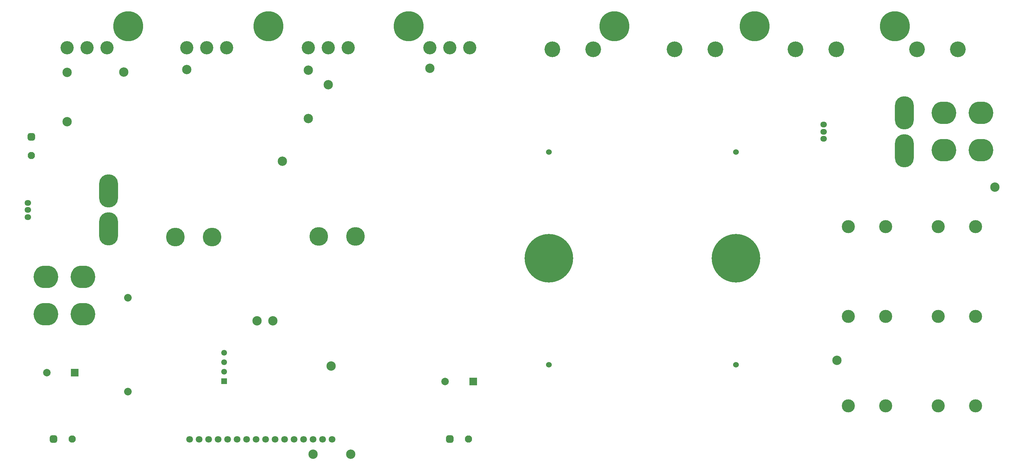
<source format=gbr>
%TF.GenerationSoftware,Altium Limited,Altium Designer,24.3.1 (35)*%
G04 Layer_Color=255*
%FSLAX45Y45*%
%MOMM*%
%TF.SameCoordinates,844131A9-2E1B-4A61-BE1F-69DE975881E6*%
%TF.FilePolarity,Positive*%
%TF.FileFunction,Pads,Top*%
%TF.Part,Single*%
G01*
G75*
%TA.AperFunction,ComponentPad*%
%ADD14C,1.80000*%
%ADD15C,5.00000*%
%ADD16C,2.50000*%
%ADD17C,2.03200*%
%ADD18C,3.50000*%
%ADD19R,2.00000X2.00000*%
%ADD20C,2.00000*%
%ADD21C,1.55000*%
%ADD22R,1.55000X1.55000*%
%ADD23O,5.08000X8.89000*%
%ADD24O,1.77800X1.52400*%
%ADD25C,3.55000*%
%ADD26C,1.95000*%
G04:AMPARAMS|DCode=27|XSize=1.95mm|YSize=1.95mm|CornerRadius=0.4875mm|HoleSize=0mm|Usage=FLASHONLY|Rotation=270.000|XOffset=0mm|YOffset=0mm|HoleType=Round|Shape=RoundedRectangle|*
%AMROUNDEDRECTD27*
21,1,1.95000,0.97500,0,0,270.0*
21,1,0.97500,1.95000,0,0,270.0*
1,1,0.97500,-0.48750,-0.48750*
1,1,0.97500,-0.48750,0.48750*
1,1,0.97500,0.48750,0.48750*
1,1,0.97500,0.48750,-0.48750*
%
%ADD27ROUNDEDRECTD27*%
%ADD28C,4.20000*%
%ADD29O,6.60000X6.00000*%
%ADD30C,8.00000*%
%ADD31C,1.52400*%
%ADD32C,13.00000*%
G04:AMPARAMS|DCode=33|XSize=1.95mm|YSize=1.95mm|CornerRadius=0.4875mm|HoleSize=0mm|Usage=FLASHONLY|Rotation=0.000|XOffset=0mm|YOffset=0mm|HoleType=Round|Shape=RoundedRectangle|*
%AMROUNDEDRECTD33*
21,1,1.95000,0.97500,0,0,0.0*
21,1,0.97500,1.95000,0,0,0.0*
1,1,0.97500,0.48750,-0.48750*
1,1,0.97500,-0.48750,-0.48750*
1,1,0.97500,-0.48750,0.48750*
1,1,0.97500,0.48750,0.48750*
%
%ADD33ROUNDEDRECTD33*%
D14*
X6668000Y650000D02*
D03*
X4890000D02*
D03*
X6922000D02*
D03*
X7176000D02*
D03*
X6414000D02*
D03*
X5144000D02*
D03*
X7684000D02*
D03*
X6160000D02*
D03*
X8446000D02*
D03*
X8192000D02*
D03*
X7938000D02*
D03*
X5398000D02*
D03*
X7430000D02*
D03*
X5906000D02*
D03*
X8700000D02*
D03*
X5652000D02*
D03*
D15*
X4508500Y6070600D02*
D03*
X5486400D02*
D03*
X8343900Y6083300D02*
D03*
X9321800D02*
D03*
D16*
X6692900Y3822700D02*
D03*
X7112000D02*
D03*
X8674100Y2616200D02*
D03*
X26428699Y7404100D02*
D03*
X8064500Y9245600D02*
D03*
X8191500Y254000D02*
D03*
X1612900Y9156700D02*
D03*
X9194800Y254000D02*
D03*
X8064500Y10541000D02*
D03*
X11315700Y10591800D02*
D03*
X7366000Y8102600D02*
D03*
X4813300Y10553700D02*
D03*
X1612900Y10477500D02*
D03*
X3124200Y10490200D02*
D03*
X22199600Y2768600D02*
D03*
X8597900Y10147300D02*
D03*
D17*
X3238500Y4445000D02*
D03*
Y1930400D02*
D03*
D18*
X23511501Y6345200D02*
D03*
X22511501D02*
D03*
X24911501Y1545200D02*
D03*
X25911499D02*
D03*
X22511501D02*
D03*
X23511501D02*
D03*
X22511501Y3945200D02*
D03*
X23511501D02*
D03*
X24911501Y6345200D02*
D03*
X25911499D02*
D03*
X24911501Y3945200D02*
D03*
X25911499D02*
D03*
D19*
X12475000Y2200000D02*
D03*
X1816800Y2438400D02*
D03*
D20*
X11725000Y2200000D02*
D03*
X1066800Y2438400D02*
D03*
D21*
X5810700Y2971800D02*
D03*
Y2717800D02*
D03*
Y2463800D02*
D03*
D22*
Y2209800D02*
D03*
D23*
X2717800Y7302500D02*
D03*
Y6286500D02*
D03*
X24003000Y8382000D02*
D03*
Y9398000D02*
D03*
D24*
X558800Y6985000D02*
D03*
Y6794500D02*
D03*
Y6604000D02*
D03*
X21844000Y8699500D02*
D03*
Y8890000D02*
D03*
Y9080500D02*
D03*
D25*
X2683400Y11136500D02*
D03*
X5883400D02*
D03*
X1616600D02*
D03*
X2150000D02*
D03*
X4816600D02*
D03*
X5350000D02*
D03*
X8066600D02*
D03*
X8600000D02*
D03*
X9133400D02*
D03*
X11316600D02*
D03*
X11850000D02*
D03*
X12383400D02*
D03*
D26*
X654998Y8250001D02*
D03*
X12349999Y654998D02*
D03*
X1750000D02*
D03*
D27*
X654998Y8750000D02*
D03*
D28*
X18956400Y11100000D02*
D03*
X17864200D02*
D03*
X15681400D02*
D03*
X14589200D02*
D03*
X25435800D02*
D03*
X24343600D02*
D03*
X22185800D02*
D03*
X21093600D02*
D03*
D29*
X25063400Y9400000D02*
D03*
X26054001D02*
D03*
X25063400Y8400000D02*
D03*
X26054001D02*
D03*
X2036600Y5000000D02*
D03*
X1046000D02*
D03*
X2036600Y4000000D02*
D03*
X1046000D02*
D03*
D30*
X16250000Y11720000D02*
D03*
X23750000D02*
D03*
X20000000D02*
D03*
X3250000D02*
D03*
X10750000D02*
D03*
X7000000D02*
D03*
D31*
X14500000Y2650000D02*
D03*
Y8350000D02*
D03*
X19500000D02*
D03*
Y2650000D02*
D03*
D32*
Y5500000D02*
D03*
X14500000D02*
D03*
D33*
X11850000Y654998D02*
D03*
X1250001D02*
D03*
%TF.MD5,c830a44f7e31993183298b9c4713896c*%
M02*

</source>
